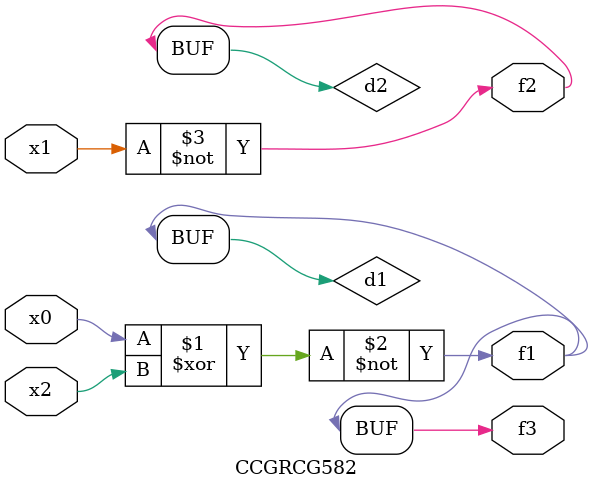
<source format=v>
module CCGRCG582(
	input x0, x1, x2,
	output f1, f2, f3
);

	wire d1, d2, d3;

	xnor (d1, x0, x2);
	nand (d2, x1);
	nor (d3, x1, x2);
	assign f1 = d1;
	assign f2 = d2;
	assign f3 = d1;
endmodule

</source>
